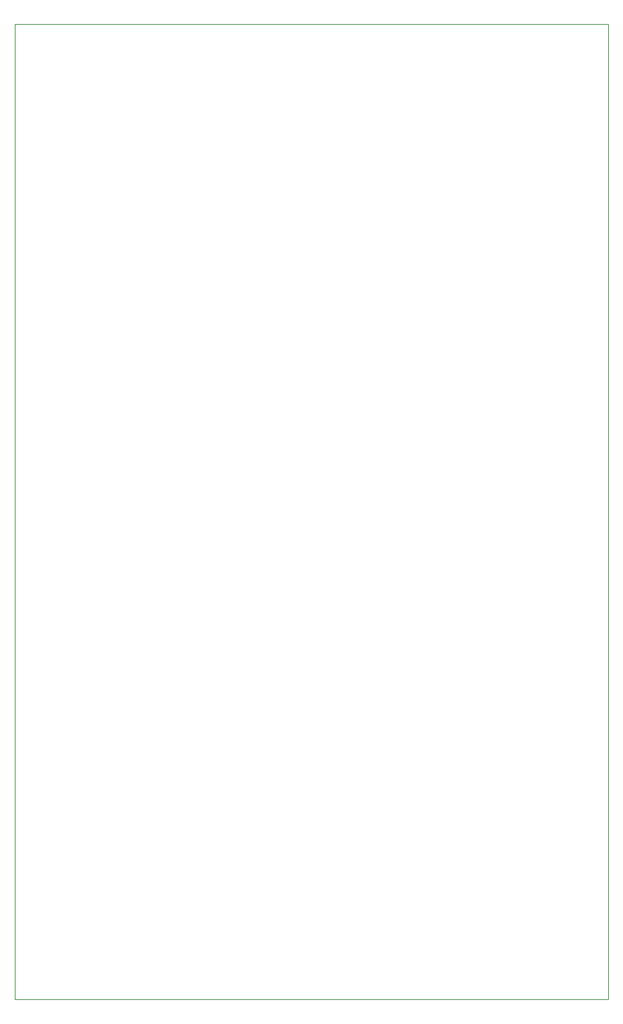
<source format=gbr>
G04 Layer_Color=0*
%FSLAX26Y26*%
%MOIN*%
%TF.FileFunction,Profile,NP*%
%TF.Part,Single*%
G01*
G75*
%TA.AperFunction,Profile*%
%ADD22C,0.001000*%
D22*
X-0Y4600000D02*
X0Y0D01*
X2800000D01*
X2800000Y4600000D01*
X-0D01*
%TF.MD5,46a569a9457aa834943c601436369574*%
M02*

</source>
